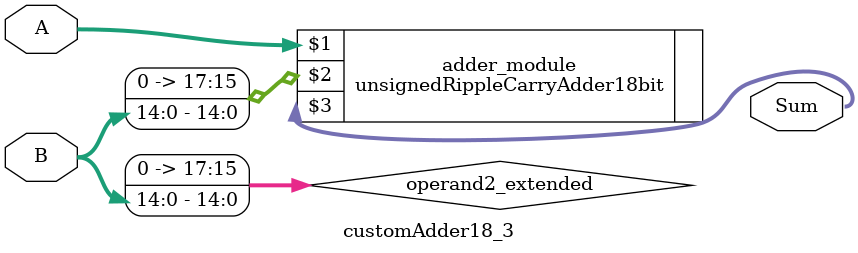
<source format=v>

module customAdder18_3(
                    input [17 : 0] A,
                    input [14 : 0] B,
                    
                    output [18 : 0] Sum
            );

    wire [17 : 0] operand2_extended;
    
    assign operand2_extended =  {3'b0, B};
    
    unsignedRippleCarryAdder18bit adder_module(
        A,
        operand2_extended,
        Sum
    );
    
endmodule
        
</source>
